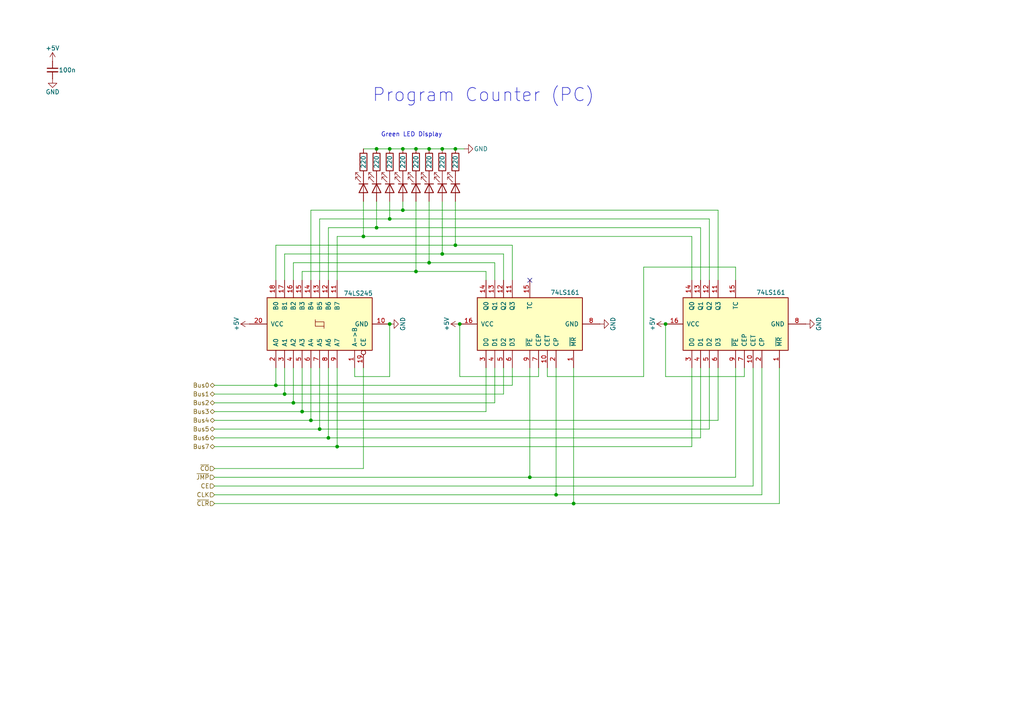
<source format=kicad_sch>
(kicad_sch (version 20250114) (generator "eeschema") (generator_version "9.0")
  (paper "A4")
  (lib_symbols
    (symbol "74xx:74LS161" (pin_names (offset 1.016))
      (property "Reference" "U" (at -7.62 16.51 0))
      (property "Value" "74LS161" (at -7.62 -16.51 0))
      (symbol "74LS161_1_0"
        (pin input line (at -12.7 12.7 0) (length 5.08) (name "D0") (number "3"))
        (pin input line (at -12.7 10.16 0) (length 5.08) (name "D1") (number "4"))
        (pin input line (at -12.7 7.62 0) (length 5.08) (name "D2") (number "5"))
        (pin input line (at -12.7 5.08 0) (length 5.08) (name "D3") (number "6"))
        (pin input line (at -12.7 0 0) (length 5.08) (name "~{PE}") (number "9"))
        (pin input line (at -12.7 -2.54 0) (length 5.08) (name "CEP") (number "7"))
        (pin input line (at -12.7 -5.08 0) (length 5.08) (name "CET") (number "10"))
        (pin input line (at -12.7 -7.62 0) (length 5.08) (name "CP") (number "2"))
        (pin input line (at -12.7 -12.7 0) (length 5.08) (name "~{MR}") (number "1"))
        (pin power_in line (at 0 20.32 270) (length 5.08) (name "VCC") (number "16"))
        (pin power_in line (at 0 -20.32 90) (length 5.08) (name "GND") (number "8"))
        (pin output line (at 12.7 12.7 180) (length 5.08) (name "Q0") (number "14"))
        (pin output line (at 12.7 10.16 180) (length 5.08) (name "Q1") (number "13"))
        (pin output line (at 12.7 7.62 180) (length 5.08) (name "Q2") (number "12"))
        (pin output line (at 12.7 5.08 180) (length 5.08) (name "Q3") (number "11"))
        (pin output line (at 12.7 0 180) (length 5.08) (name "TC") (number "15"))
      )
      (symbol "74LS161_1_1"
        (rectangle (start -7.62 15.24) (end 7.62 -15.24) (stroke (width 0.254)) (fill (type background)))
      )
    )
    (symbol "74xx:74LS245" (pin_names (offset 1.016))
      (property "Reference" "U" (at -7.62 16.51 0))
      (property "Value" "74LS245" (at -7.62 -16.51 0))
      (symbol "74LS245_1_0"
        (polyline (pts (xy -1.27 -1.27) (xy 0.635 -1.27) (xy 0.635 1.27) (xy 1.27 1.27)))
        (polyline (pts (xy -0.635 -1.27) (xy -0.635 1.27) (xy 0.635 1.27)))
        (pin tri_state line (at -12.7 12.7 0) (length 5.08) (name "A0") (number "2"))
        (pin tri_state line (at -12.7 10.16 0) (length 5.08) (name "A1") (number "3"))
        (pin tri_state line (at -12.7 7.62 0) (length 5.08) (name "A2") (number "4"))
        (pin tri_state line (at -12.7 5.08 0) (length 5.08) (name "A3") (number "5"))
        (pin tri_state line (at -12.7 2.54 0) (length 5.08) (name "A4") (number "6"))
        (pin tri_state line (at -12.7 0 0) (length 5.08) (name "A5") (number "7"))
        (pin tri_state line (at -12.7 -2.54 0) (length 5.08) (name "A6") (number "8"))
        (pin tri_state line (at -12.7 -5.08 0) (length 5.08) (name "A7") (number "9"))
        (pin input line (at -12.7 -10.16 0) (length 5.08) (name "A->B") (number "1"))
        (pin input inverted (at -12.7 -12.7 0) (length 5.08) (name "CE") (number "19"))
        (pin power_in line (at 0 20.32 270) (length 5.08) (name "VCC") (number "20"))
        (pin power_in line (at 0 -20.32 90) (length 5.08) (name "GND") (number "10"))
        (pin tri_state line (at 12.7 12.7 180) (length 5.08) (name "B0") (number "18"))
        (pin tri_state line (at 12.7 10.16 180) (length 5.08) (name "B1") (number "17"))
        (pin tri_state line (at 12.7 7.62 180) (length 5.08) (name "B2") (number "16"))
        (pin tri_state line (at 12.7 5.08 180) (length 5.08) (name "B3") (number "15"))
        (pin tri_state line (at 12.7 2.54 180) (length 5.08) (name "B4") (number "14"))
        (pin tri_state line (at 12.7 0 180) (length 5.08) (name "B5") (number "13"))
        (pin tri_state line (at 12.7 -2.54 180) (length 5.08) (name "B6") (number "12"))
        (pin tri_state line (at 12.7 -5.08 180) (length 5.08) (name "B7") (number "11"))
      )
      (symbol "74LS245_1_1"
        (rectangle (start -7.62 15.24) (end 7.62 -15.24) (stroke (width 0.254)) (fill (type background)))
      )
    )
    (symbol "Device:C_Small" (pin_numbers (hide yes)) (pin_names (offset 0.254) (hide yes))
      (property "Reference" "C" (at 0.254 1.778 0))
      (property "Value" "C_Small" (at 0.254 -2.032 0))
      (symbol "C_Small_0_1"
        (polyline (pts (xy -1.524 0.508) (xy 1.524 0.508)) (stroke (width 0.3048)))
        (polyline (pts (xy -1.524 -0.508) (xy 1.524 -0.508)) (stroke (width 0.3302)))
      )
      (symbol "C_Small_1_1"
        (pin passive line (at 0 2.54 270) (length 2.032) (name "~") (number "1"))
        (pin passive line (at 0 -2.54 90) (length 2.032) (name "~") (number "2"))
      )
    )
    (symbol "Device:LED" (pin_numbers (hide yes)) (pin_names (offset 1.016) (hide yes))
      (property "Reference" "D" (at 0 2.54 0))
      (property "Value" "LED" (at 0 -2.54 0))
      (symbol "LED_0_1"
        (polyline (pts (xy -3.048 -0.762) (xy -4.572 -2.286) (xy -3.81 -2.286) (xy -4.572 -2.286) (xy -4.572 -1.524)))
        (polyline (pts (xy -1.778 -0.762) (xy -3.302 -2.286) (xy -2.54 -2.286) (xy -3.302 -2.286) (xy -3.302 -1.524)))
        (polyline (pts (xy -1.27 0) (xy 1.27 0)))
        (polyline (pts (xy -1.27 -1.27) (xy -1.27 1.27)) (stroke (width 0.254)))
        (polyline (pts (xy 1.27 -1.27) (xy 1.27 1.27) (xy -1.27 0) (xy 1.27 -1.27)) (stroke (width 0.254)))
      )
      (symbol "LED_1_1"
        (pin passive line (at -3.81 0 0) (length 2.54) (name "K") (number "1"))
        (pin passive line (at 3.81 0 180) (length 2.54) (name "A") (number "2"))
      )
    )
    (symbol "Device:R" (pin_numbers (hide yes)) (pin_names (offset 0))
      (property "Reference" "R" (at 2.032 0 90))
      (property "Value" "R" (at 0 0 90))
      (symbol "R_0_1"
        (rectangle (start -1.016 -2.54) (end 1.016 2.54) (stroke (width 0.254)))
      )
      (symbol "R_1_1"
        (pin passive line (at 0 3.81 270) (length 1.27) (name "~") (number "1"))
        (pin passive line (at 0 -3.81 90) (length 1.27) (name "~") (number "2"))
      )
    )
    (symbol "power:+5V" (power) (pin_numbers (hide yes)) (pin_names (offset 0) (hide yes))
      (property "Value" "+5V" (at 0 3.556 0))
      (symbol "+5V_0_1"
        (polyline (pts (xy -0.762 1.27) (xy 0 2.54)))
        (polyline (pts (xy 0 2.54) (xy 0.762 1.27)))
        (polyline (pts (xy 0 0) (xy 0 2.54)))
      )
      (symbol "+5V_1_1"
        (pin power_in line (at 0 0 90) (length 0) (name "~") (number "1"))
      )
    )
    (symbol "power:GND" (power) (pin_numbers (hide yes)) (pin_names (offset 0) (hide yes))
      (property "Value" "GND" (at 0 -3.81 0))
      (symbol "GND_0_1"
        (polyline (pts (xy 0 0) (xy 0 -1.27) (xy 1.27 -1.27) (xy 0 -2.54) (xy -1.27 -1.27) (xy 0 -1.27)))
      )
      (symbol "GND_1_1"
        (pin power_in line (at 0 0 270) (length 0) (name "~") (number "1"))
      )
    )
  )
  (text "Green LED Display" (at 119.38 39.116 0) (effects (font (size 1.27 1.27))))
  (text "Program Counter (PC)" (at 140.208 27.686 0) (effects (font (size 3.81 3.81))))
  (junction (at 120.65 43.18))
  (junction (at 113.03 93.98))
  (junction (at 95.25 127))
  (junction (at 166.37 146.05))
  (junction (at 153.67 138.43))
  (junction (at 87.63 119.38))
  (junction (at 120.65 78.74))
  (junction (at 90.17 121.92))
  (junction (at 109.22 66.04))
  (junction (at 97.79 129.54))
  (junction (at 193.04 93.98))
  (junction (at 85.09 116.84))
  (junction (at 128.27 43.18))
  (junction (at 113.03 43.18))
  (junction (at 161.29 143.51))
  (junction (at 116.84 43.18))
  (junction (at 109.22 43.18))
  (junction (at 80.01 111.76))
  (junction (at 128.27 73.66))
  (junction (at 124.46 43.18))
  (junction (at 116.84 60.96))
  (junction (at 82.55 114.3))
  (junction (at 92.71 124.46))
  (junction (at 132.08 43.18))
  (junction (at 133.35 93.98))
  (junction (at 113.03 63.5))
  (junction (at 132.08 71.12))
  (junction (at 124.46 76.2))
  (junction (at 105.41 68.58))
  (no_connect (at 153.67 81.28))
  (wire (pts (xy 226.06 106.68) (xy 226.06 146.05)))
  (wire (pts (xy 116.84 43.18) (xy 120.65 43.18)))
  (wire (pts (xy 128.27 73.66) (xy 146.05 73.66)))
  (wire (pts (xy 113.03 43.18) (xy 116.84 43.18)))
  (wire (pts (xy 116.84 58.42) (xy 116.84 60.96)))
  (wire (pts (xy 124.46 43.18) (xy 128.27 43.18)))
  (wire (pts (xy 148.59 106.68) (xy 148.59 111.76)))
  (wire (pts (xy 62.23 143.51) (xy 161.29 143.51)))
  (wire (pts (xy 215.9 109.22) (xy 193.04 109.22)))
  (wire (pts (xy 92.71 106.68) (xy 92.71 124.46)))
  (wire (pts (xy 166.37 106.68) (xy 166.37 146.05)))
  (wire (pts (xy 113.03 109.22) (xy 113.03 93.98)))
  (wire (pts (xy 156.21 106.68) (xy 156.21 109.22)))
  (wire (pts (xy 120.65 58.42) (xy 120.65 78.74)))
  (wire (pts (xy 80.01 111.76) (xy 62.23 111.76)))
  (wire (pts (xy 102.87 106.68) (xy 102.87 109.22)))
  (wire (pts (xy 218.44 140.97) (xy 218.44 106.68)))
  (wire (pts (xy 208.28 106.68) (xy 208.28 121.92)))
  (wire (pts (xy 120.65 78.74) (xy 140.97 78.74)))
  (wire (pts (xy 143.51 81.28) (xy 143.51 76.2)))
  (wire (pts (xy 132.08 71.12) (xy 148.59 71.12)))
  (wire (pts (xy 208.28 121.92) (xy 90.17 121.92)))
  (wire (pts (xy 92.71 63.5) (xy 113.03 63.5)))
  (wire (pts (xy 102.87 109.22) (xy 113.03 109.22)))
  (wire (pts (xy 109.22 66.04) (xy 203.2 66.04)))
  (wire (pts (xy 80.01 71.12) (xy 80.01 81.28)))
  (wire (pts (xy 82.55 73.66) (xy 82.55 81.28)))
  (wire (pts (xy 161.29 106.68) (xy 161.29 143.51)))
  (wire (pts (xy 193.04 109.22) (xy 193.04 93.98)))
  (wire (pts (xy 85.09 106.68) (xy 85.09 116.84)))
  (wire (pts (xy 146.05 106.68) (xy 146.05 114.3)))
  (wire (pts (xy 90.17 60.96) (xy 90.17 81.28)))
  (wire (pts (xy 128.27 58.42) (xy 128.27 73.66)))
  (wire (pts (xy 109.22 43.18) (xy 113.03 43.18)))
  (wire (pts (xy 87.63 78.74) (xy 120.65 78.74)))
  (wire (pts (xy 158.75 109.22) (xy 186.69 109.22)))
  (wire (pts (xy 205.74 106.68) (xy 205.74 124.46)))
  (wire (pts (xy 124.46 76.2) (xy 143.51 76.2)))
  (wire (pts (xy 90.17 60.96) (xy 116.84 60.96)))
  (wire (pts (xy 95.25 66.04) (xy 109.22 66.04)))
  (wire (pts (xy 205.74 124.46) (xy 92.71 124.46)))
  (wire (pts (xy 132.08 58.42) (xy 132.08 71.12)))
  (wire (pts (xy 80.01 71.12) (xy 132.08 71.12)))
  (wire (pts (xy 215.9 106.68) (xy 215.9 109.22)))
  (wire (pts (xy 95.25 66.04) (xy 95.25 81.28)))
  (wire (pts (xy 153.67 138.43) (xy 153.67 106.68)))
  (wire (pts (xy 97.79 68.58) (xy 105.41 68.58)))
  (wire (pts (xy 105.41 43.18) (xy 109.22 43.18)))
  (wire (pts (xy 105.41 135.89) (xy 105.41 106.68)))
  (wire (pts (xy 62.23 146.05) (xy 166.37 146.05)))
  (wire (pts (xy 62.23 140.97) (xy 218.44 140.97)))
  (wire (pts (xy 208.28 81.28) (xy 208.28 60.96)))
  (wire (pts (xy 226.06 146.05) (xy 166.37 146.05)))
  (wire (pts (xy 109.22 58.42) (xy 109.22 66.04)))
  (wire (pts (xy 128.27 43.18) (xy 132.08 43.18)))
  (wire (pts (xy 105.41 58.42) (xy 105.41 68.58)))
  (wire (pts (xy 85.09 76.2) (xy 85.09 81.28)))
  (wire (pts (xy 80.01 106.68) (xy 80.01 111.76)))
  (wire (pts (xy 146.05 114.3) (xy 82.55 114.3)))
  (wire (pts (xy 97.79 129.54) (xy 62.23 129.54)))
  (wire (pts (xy 120.65 43.18) (xy 124.46 43.18)))
  (wire (pts (xy 95.25 106.68) (xy 95.25 127)))
  (wire (pts (xy 213.36 106.68) (xy 213.36 138.43)))
  (wire (pts (xy 200.66 106.68) (xy 200.66 129.54)))
  (wire (pts (xy 82.55 73.66) (xy 128.27 73.66)))
  (wire (pts (xy 90.17 121.92) (xy 62.23 121.92)))
  (wire (pts (xy 87.63 106.68) (xy 87.63 119.38)))
  (wire (pts (xy 97.79 68.58) (xy 97.79 81.28)))
  (wire (pts (xy 148.59 81.28) (xy 148.59 71.12)))
  (wire (pts (xy 95.25 127) (xy 62.23 127)))
  (wire (pts (xy 203.2 81.28) (xy 203.2 66.04)))
  (wire (pts (xy 186.69 109.22) (xy 186.69 77.47)))
  (wire (pts (xy 213.36 77.47) (xy 213.36 81.28)))
  (wire (pts (xy 85.09 76.2) (xy 124.46 76.2)))
  (wire (pts (xy 92.71 63.5) (xy 92.71 81.28)))
  (wire (pts (xy 203.2 106.68) (xy 203.2 127)))
  (wire (pts (xy 205.74 81.28) (xy 205.74 63.5)))
  (wire (pts (xy 200.66 129.54) (xy 97.79 129.54)))
  (wire (pts (xy 92.71 124.46) (xy 62.23 124.46)))
  (wire (pts (xy 113.03 58.42) (xy 113.03 63.5)))
  (wire (pts (xy 82.55 106.68) (xy 82.55 114.3)))
  (wire (pts (xy 97.79 106.68) (xy 97.79 129.54)))
  (wire (pts (xy 87.63 119.38) (xy 62.23 119.38)))
  (wire (pts (xy 203.2 127) (xy 95.25 127)))
  (wire (pts (xy 140.97 81.28) (xy 140.97 78.74)))
  (wire (pts (xy 186.69 77.47) (xy 213.36 77.47)))
  (wire (pts (xy 156.21 109.22) (xy 133.35 109.22)))
  (wire (pts (xy 140.97 119.38) (xy 87.63 119.38)))
  (wire (pts (xy 200.66 81.28) (xy 200.66 68.58)))
  (wire (pts (xy 146.05 81.28) (xy 146.05 73.66)))
  (wire (pts (xy 148.59 111.76) (xy 80.01 111.76)))
  (wire (pts (xy 105.41 68.58) (xy 200.66 68.58)))
  (wire (pts (xy 133.35 109.22) (xy 133.35 93.98)))
  (wire (pts (xy 158.75 106.68) (xy 158.75 109.22)))
  (wire (pts (xy 113.03 63.5) (xy 205.74 63.5)))
  (wire (pts (xy 85.09 116.84) (xy 62.23 116.84)))
  (wire (pts (xy 132.08 43.18) (xy 134.62 43.18)))
  (wire (pts (xy 143.51 116.84) (xy 85.09 116.84)))
  (wire (pts (xy 220.98 143.51) (xy 161.29 143.51)))
  (wire (pts (xy 220.98 106.68) (xy 220.98 143.51)))
  (wire (pts (xy 62.23 138.43) (xy 153.67 138.43)))
  (wire (pts (xy 140.97 106.68) (xy 140.97 119.38)))
  (wire (pts (xy 87.63 78.74) (xy 87.63 81.28)))
  (wire (pts (xy 82.55 114.3) (xy 62.23 114.3)))
  (wire (pts (xy 213.36 138.43) (xy 153.67 138.43)))
  (wire (pts (xy 124.46 58.42) (xy 124.46 76.2)))
  (wire (pts (xy 143.51 106.68) (xy 143.51 116.84)))
  (wire (pts (xy 62.23 135.89) (xy 105.41 135.89)))
  (wire (pts (xy 116.84 60.96) (xy 208.28 60.96)))
  (wire (pts (xy 90.17 106.68) (xy 90.17 121.92)))
  (hierarchical_label "Bus7" (shape bidirectional) (at 62.23 129.54 180))
  (hierarchical_label "Bus1" (shape bidirectional) (at 62.23 114.3 180))
  (hierarchical_label "Bus0" (shape bidirectional) (at 62.23 111.76 180))
  (hierarchical_label "CE" (shape input) (at 62.23 140.97 180))
  (hierarchical_label "~{CO}" (shape input) (at 62.23 135.89 180))
  (hierarchical_label "CLK" (shape input) (at 62.23 143.51 180))
  (hierarchical_label "Bus3" (shape bidirectional) (at 62.23 119.38 180))
  (hierarchical_label "Bus5" (shape bidirectional) (at 62.23 124.46 180))
  (hierarchical_label "~{CLR}" (shape input) (at 62.23 146.05 180))
  (hierarchical_label "Bus4" (shape bidirectional) (at 62.23 121.92 180))
  (hierarchical_label "Bus2" (shape bidirectional) (at 62.23 116.84 180))
  (hierarchical_label "Bus6" (shape bidirectional) (at 62.23 127 180))
  (hierarchical_label "~{JMP}" (shape input) (at 62.23 138.43 180))
  (symbol (lib_id "power:GND") (at 233.68 93.98 90) (unit 1)
    (property "Reference" "#PWR026" (effects (hide yes)))
    (property "Value" "GND" (at 237.49 96.012 0) (effects (justify left)))
    (property "Description" "Power symbol creates a global label with name \"GND\" , ground" (effects (hide yes)))
  )
  (symbol (lib_id "power:+5V") (at 193.04 93.98 90) (unit 1)
    (property "Reference" "#PWR025" (effects (hide yes)))
    (property "Value" "+5V" (at 189.23 93.98 0))
    (property "Description" "Power symbol creates a global label with name \"+5V\"" (effects (hide yes)))
  )
  (symbol (lib_id "power:GND") (at 113.03 93.98 90) (unit 1)
    (property "Reference" "#PWR022" (effects (hide yes)))
    (property "Value" "GND" (at 116.84 96.012 0) (effects (justify left)))
    (property "Description" "Power symbol creates a global label with name \"GND\" , ground" (effects (hide yes)))
  )
  (symbol (lib_id "power:GND") (at 134.62 43.18 90) (unit 1)
    (property "Reference" "#PWR032" (effects (hide yes)))
    (property "Value" "GND" (at 137.414 43.18 90) (effects (justify right)))
    (property "Description" "Power symbol creates a global label with name \"GND\" , ground" (effects (hide yes)))
  )
  (symbol (lib_id "Device:LED") (at 120.65 54.61 270) (unit 1)
    (property "Reference" "D8" (effects (hide yes)))
    (property "Value" "GRN" (effects (hide yes)))
    (property "Footprint" "LED_THT:LED_D5.0mm" (effects (hide yes)))
    (property "Description" "Light emitting diode" (effects (hide yes)))
    (property "Sim.Pins" "1=K 2=A" (effects (hide yes)))
  )
  (symbol (lib_id "power:GND") (at 173.99 93.98 90) (unit 1)
    (property "Reference" "#PWR024" (effects (hide yes)))
    (property "Value" "GND" (at 177.8 96.012 0) (effects (justify left)))
    (property "Description" "Power symbol creates a global label with name \"GND\" , ground" (effects (hide yes)))
  )
  (symbol (lib_id "Device:R") (at 105.41 46.99 0) (unit 1)
    (property "Reference" "R9" (effects (hide yes)))
    (property "Value" "220" (at 105.41 46.99 90))
    (property "Footprint" "Resistor_THT:R_Axial_DIN0207_L6.3mm_D2.5mm_P7.62mm_Horizontal" (effects (hide yes)))
    (property "Description" "Resistor" (effects (hide yes)))
  )
  (symbol (lib_id "Device:R") (at 113.03 46.99 0) (unit 1)
    (property "Reference" "R11" (effects (hide yes)))
    (property "Value" "220" (at 113.03 46.99 90))
    (property "Footprint" "Resistor_THT:R_Axial_DIN0207_L6.3mm_D2.5mm_P7.62mm_Horizontal" (effects (hide yes)))
    (property "Description" "Resistor" (effects (hide yes)))
  )
  (symbol (lib_id "Device:C_Small") (at 15.24 20.32 0) (unit 1)
    (property "Reference" "C6" (effects (hide yes)))
    (property "Value" "100n" (at 17.018 20.32 0) (effects (justify left)))
    (property "Footprint" "Capacitor_THT:C_Disc_D5.0mm_W2.5mm_P5.00mm" (effects (hide yes)))
    (property "Description" "Unpolarized capacitor, small symbol" (effects (hide yes)))
  )
  (symbol (lib_id "power:+5V") (at 133.35 93.98 90) (unit 1)
    (property "Reference" "#PWR023" (effects (hide yes)))
    (property "Value" "+5V" (at 129.54 93.98 0))
    (property "Description" "Power symbol creates a global label with name \"+5V\"" (effects (hide yes)))
  )
  (symbol (lib_id "Device:LED") (at 128.27 54.61 270) (unit 1)
    (property "Reference" "D10" (effects (hide yes)))
    (property "Value" "GRN" (effects (hide yes)))
    (property "Footprint" "LED_THT:LED_D5.0mm" (effects (hide yes)))
    (property "Description" "Light emitting diode" (effects (hide yes)))
    (property "Sim.Pins" "1=K 2=A" (effects (hide yes)))
  )
  (symbol (lib_id "Device:LED") (at 105.41 54.61 270) (unit 1)
    (property "Reference" "D4" (effects (hide yes)))
    (property "Value" "GRN" (effects (hide yes)))
    (property "Footprint" "LED_THT:LED_D5.0mm" (effects (hide yes)))
    (property "Description" "Light emitting diode" (effects (hide yes)))
    (property "Sim.Pins" "1=K 2=A" (effects (hide yes)))
  )
  (symbol (lib_id "Device:LED") (at 113.03 54.61 270) (unit 1)
    (property "Reference" "D6" (effects (hide yes)))
    (property "Value" "GRN" (effects (hide yes)))
    (property "Footprint" "LED_THT:LED_D5.0mm" (effects (hide yes)))
    (property "Description" "Light emitting diode" (effects (hide yes)))
    (property "Sim.Pins" "1=K 2=A" (effects (hide yes)))
  )
  (symbol (lib_id "Device:LED") (at 124.46 54.61 270) (unit 1)
    (property "Reference" "D9" (effects (hide yes)))
    (property "Value" "GRN" (effects (hide yes)))
    (property "Footprint" "LED_THT:LED_D5.0mm" (effects (hide yes)))
    (property "Description" "Light emitting diode" (effects (hide yes)))
    (property "Sim.Pins" "1=K 2=A" (effects (hide yes)))
  )
  (symbol (lib_id "power:GND") (at 15.24 22.86 0) (unit 1)
    (property "Reference" "#PWR019" (effects (hide yes)))
    (property "Value" "GND" (at 13.208 26.67 0) (effects (justify left)))
    (property "Description" "Power symbol creates a global label with name \"GND\" , ground" (effects (hide yes)))
  )
  (symbol (lib_id "Device:R") (at 120.65 46.99 0) (unit 1)
    (property "Reference" "R13" (effects (hide yes)))
    (property "Value" "220" (at 120.65 46.99 90))
    (property "Footprint" "Resistor_THT:R_Axial_DIN0207_L6.3mm_D2.5mm_P7.62mm_Horizontal" (effects (hide yes)))
    (property "Description" "Resistor" (effects (hide yes)))
  )
  (symbol (lib_id "power:+5V") (at 72.39 93.98 90) (unit 1)
    (property "Reference" "#PWR021" (effects (hide yes)))
    (property "Value" "+5V" (at 68.58 93.98 0))
    (property "Description" "Power symbol creates a global label with name \"+5V\"" (effects (hide yes)))
  )
  (symbol (lib_id "Device:R") (at 116.84 46.99 0) (unit 1)
    (property "Reference" "R12" (effects (hide yes)))
    (property "Value" "220" (at 116.84 46.99 90))
    (property "Footprint" "Resistor_THT:R_Axial_DIN0207_L6.3mm_D2.5mm_P7.62mm_Horizontal" (effects (hide yes)))
    (property "Description" "Resistor" (effects (hide yes)))
  )
  (symbol (lib_id "Device:LED") (at 132.08 54.61 270) (unit 1)
    (property "Reference" "D11" (effects (hide yes)))
    (property "Value" "GRN" (effects (hide yes)))
    (property "Footprint" "LED_THT:LED_D5.0mm" (effects (hide yes)))
    (property "Description" "Light emitting diode" (effects (hide yes)))
    (property "Sim.Pins" "1=K 2=A" (effects (hide yes)))
  )
  (symbol (lib_id "74xx:74LS161") (at 213.36 93.98 90) (unit 1)
    (property "Reference" "U6" (effects (hide yes)))
    (property "Value" "74LS161" (at 227.838 84.836 90) (effects (justify left)))
    (property "Footprint" "Package_DIP:DIP-16_W7.62mm_Socket_LongPads" (effects (hide yes)))
    (property "Datasheet" "http://www.ti.com/lit/gpn/sn74LS161" (effects (hide yes)))
    (property "Description" "Synchronous 4-bit programmable binary Counter" (effects (hide yes)))
  )
  (symbol (lib_id "Device:LED") (at 116.84 54.61 270) (unit 1)
    (property "Reference" "D7" (effects (hide yes)))
    (property "Value" "GRN" (effects (hide yes)))
    (property "Footprint" "LED_THT:LED_D5.0mm" (effects (hide yes)))
    (property "Description" "Light emitting diode" (effects (hide yes)))
    (property "Sim.Pins" "1=K 2=A" (effects (hide yes)))
  )
  (symbol (lib_id "Device:R") (at 132.08 46.99 0) (unit 1)
    (property "Reference" "R16" (effects (hide yes)))
    (property "Value" "220" (at 132.08 46.99 90))
    (property "Footprint" "Resistor_THT:R_Axial_DIN0207_L6.3mm_D2.5mm_P7.62mm_Horizontal" (effects (hide yes)))
    (property "Description" "Resistor" (effects (hide yes)))
  )
  (symbol (lib_id "Device:R") (at 128.27 46.99 0) (unit 1)
    (property "Reference" "R15" (effects (hide yes)))
    (property "Value" "220" (at 128.27 46.99 90))
    (property "Footprint" "Resistor_THT:R_Axial_DIN0207_L6.3mm_D2.5mm_P7.62mm_Horizontal" (effects (hide yes)))
    (property "Description" "Resistor" (effects (hide yes)))
  )
  (symbol (lib_id "power:+5V") (at 15.24 17.78 0) (unit 1)
    (property "Reference" "#PWR016" (effects (hide yes)))
    (property "Value" "+5V" (at 15.24 13.97 0))
    (property "Description" "Power symbol creates a global label with name \"+5V\"" (effects (hide yes)))
  )
  (symbol (lib_id "Device:LED") (at 109.22 54.61 270) (unit 1)
    (property "Reference" "D5" (effects (hide yes)))
    (property "Value" "GRN" (effects (hide yes)))
    (property "Footprint" "LED_THT:LED_D5.0mm" (effects (hide yes)))
    (property "Description" "Light emitting diode" (effects (hide yes)))
    (property "Sim.Pins" "1=K 2=A" (effects (hide yes)))
  )
  (symbol (lib_id "74xx:74LS245") (at 92.71 93.98 90) (unit 1)
    (property "Reference" "U4" (effects (hide yes)))
    (property "Value" "74LS245" (at 103.886 85.09 90))
    (property "Footprint" "Package_DIP:DIP-22_W7.62mm_Socket_LongPads" (effects (hide yes)))
    (property "Datasheet" "http://www.ti.com/lit/gpn/sn74LS245" (effects (hide yes)))
    (property "Description" "Octal BUS Transceivers, 3-State outputs" (effects (hide yes)))
  )
  (symbol (lib_id "Device:R") (at 109.22 46.99 0) (unit 1)
    (property "Reference" "R10" (effects (hide yes)))
    (property "Value" "220" (at 109.22 46.99 90))
    (property "Footprint" "Resistor_THT:R_Axial_DIN0207_L6.3mm_D2.5mm_P7.62mm_Horizontal" (effects (hide yes)))
    (property "Description" "Resistor" (effects (hide yes)))
  )
  (symbol (lib_id "Device:R") (at 124.46 46.99 0) (unit 1)
    (property "Reference" "R14" (effects (hide yes)))
    (property "Value" "220" (at 124.46 46.99 90))
    (property "Footprint" "Resistor_THT:R_Axial_DIN0207_L6.3mm_D2.5mm_P7.62mm_Horizontal" (effects (hide yes)))
    (property "Description" "Resistor" (effects (hide yes)))
  )
  (symbol (lib_id "74xx:74LS161") (at 153.67 93.98 90) (unit 1)
    (property "Reference" "U5" (effects (hide yes)))
    (property "Value" "74LS161" (at 168.148 84.836 90) (effects (justify left)))
    (property "Footprint" "Package_DIP:DIP-16_W7.62mm_Socket_LongPads" (effects (hide yes)))
    (property "Datasheet" "http://www.ti.com/lit/gpn/sn74LS161" (effects (hide yes)))
    (property "Description" "Synchronous 4-bit programmable binary Counter" (effects (hide yes)))
  )
)
</source>
